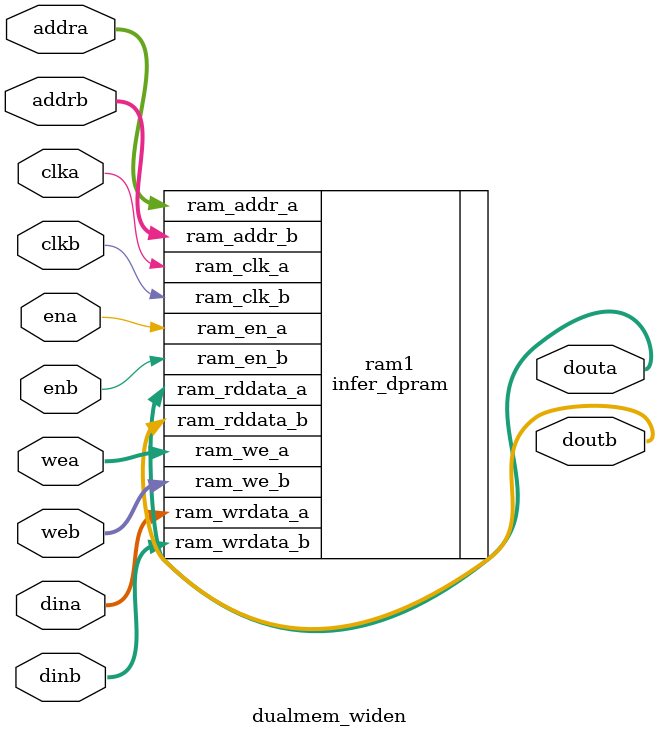
<source format=v>

module dualmem_widen(clka, clkb, dina, dinb, addra, addrb, wea, web, douta, doutb, ena, enb);

   input wire clka, clkb;
   input [15:0] dina;
   input [63:0] dinb;
   input [10:0] addra;
   input [10:0] addrb;
   input [1:0]        wea;
   input [7:0]        web;
   input [0:0]        ena, enb;
   output [15:0]      douta;
   output [63:0]      doutb;

   genvar r;

`ifdef FPGA
   
   generate for (r = 0; r < 2; r=r+1)
     RAMB16_S9_S36
     RAMB16_S9_S36_inst
       (
        .CLKA   ( clka                     ),     // Port A Clock
        .DOA    ( douta[r*8 +: 8]          ),     // Port A 1-bit Data Output
        .DOPA   (                          ),
        .ADDRA  ( addra                    ),     // Port A 14-bit Address Input
        .DIA    ( dina[r*8 +: 8]           ),     // Port A 1-bit Data Input
        .DIPA   ( 1'b0                     ),
        .ENA    ( ena                      ),     // Port A RAM Enable Input
        .SSRA   ( 1'b0                     ),     // Port A Synchronous Set/Reset Input
        .WEA    ( wea[r]                   ),     // Port A Write Enable Input
        .CLKB   ( clkb                     ),     // Port B Clock
        .DOB    ( doutb[r*32 +: 32]        ),     // Port B 1-bit Data Output
        .DOPB   (                          ),
        .ADDRB  ( addrb                    ),     // Port B 14-bit Address Input
        .DIB    ( dinb[r*32 +: 32]         ),     // Port B 1-bit Data Input
        .DIPB   ( 1'b0                     ),
        .ENB    ( enb                      ),     // Port B RAM Enable Input
        .SSRB   ( 1'b0                     ),     // Port B Synchronous Set/Reset Input
        .WEB    ( web[r]                   )      // Port B Write Enable Input
        );
   endgenerate

`else // !`ifdef FPGA

infer_dpram #(.RAM_SIZE(11), .BYTE_WIDTH(8)) ram1 // RAM_SIZE is in words
(
.ram_clk_a(clka),
.ram_en_a(ena),
.ram_we_a(wea),
.ram_addr_a(addra),
.ram_wrdata_a(dina),
.ram_rddata_a(douta),
.ram_clk_b(clkb),
.ram_en_b(enb),
.ram_we_b(web),
.ram_addr_b(addrb),
.ram_wrdata_b(dinb),
.ram_rddata_b(doutb)
 );
   
`endif
   
endmodule // dualmem

</source>
